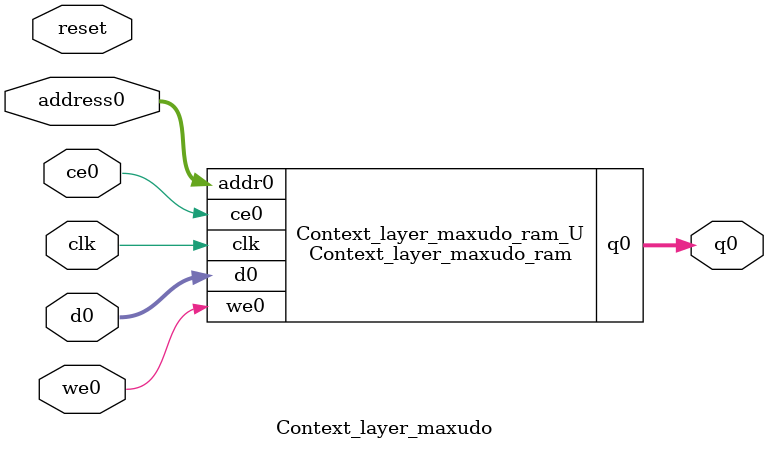
<source format=v>
`timescale 1 ns / 1 ps
module Context_layer_maxudo_ram (addr0, ce0, d0, we0, q0,  clk);

parameter DWIDTH = 32;
parameter AWIDTH = 6;
parameter MEM_SIZE = 64;

input[AWIDTH-1:0] addr0;
input ce0;
input[DWIDTH-1:0] d0;
input we0;
output reg[DWIDTH-1:0] q0;
input clk;

(* ram_style = "block" *)reg [DWIDTH-1:0] ram[0:MEM_SIZE-1];




always @(posedge clk)  
begin 
    if (ce0) begin
        if (we0) 
            ram[addr0] <= d0; 
        q0 <= ram[addr0];
    end
end


endmodule

`timescale 1 ns / 1 ps
module Context_layer_maxudo(
    reset,
    clk,
    address0,
    ce0,
    we0,
    d0,
    q0);

parameter DataWidth = 32'd32;
parameter AddressRange = 32'd64;
parameter AddressWidth = 32'd6;
input reset;
input clk;
input[AddressWidth - 1:0] address0;
input ce0;
input we0;
input[DataWidth - 1:0] d0;
output[DataWidth - 1:0] q0;



Context_layer_maxudo_ram Context_layer_maxudo_ram_U(
    .clk( clk ),
    .addr0( address0 ),
    .ce0( ce0 ),
    .we0( we0 ),
    .d0( d0 ),
    .q0( q0 ));

endmodule


</source>
